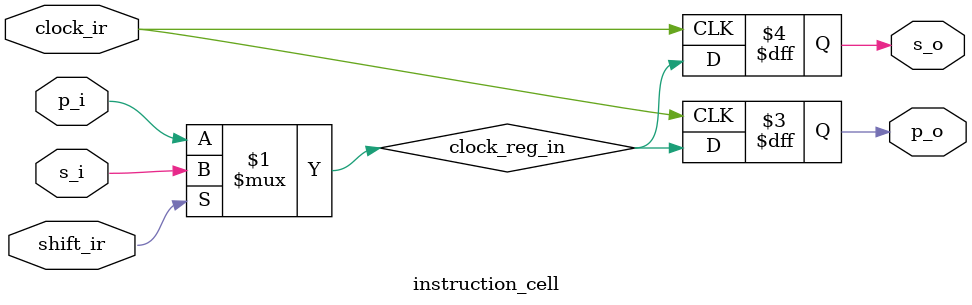
<source format=sv>
module instruction_cell (
    // system in and out
    input logic p_i,
    output logic p_o,

    // serial in and out
    input logic s_i,
    output logic s_o,

    // control signals
    input logic shift_ir,
    input logic clock_ir
    );
    
    logic clock_reg_in;

    assign clock_reg_in = shift_ir ? s_i : p_i;

    always_ff @(posedge clock_ir) begin
        s_o <= clock_reg_in;
		  p_o <= clock_reg_in;
	 end
endmodule
</source>
